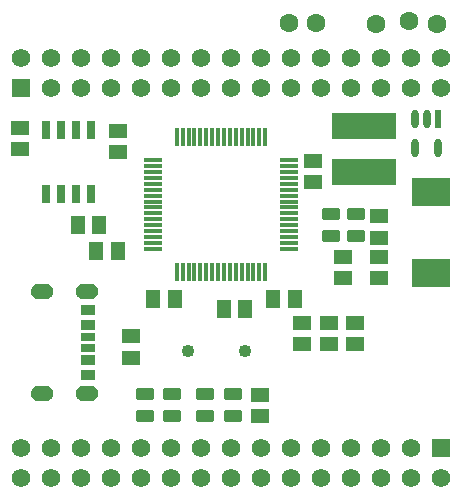
<source format=gts>
G04*
G04 #@! TF.GenerationSoftware,Altium Limited,Altium Designer,22.0.2 (36)*
G04*
G04 Layer_Color=8388736*
%FSLAX25Y25*%
%MOIN*%
G70*
G04*
G04 #@! TF.SameCoordinates,5F5B6C63-6FB6-4E28-9BE5-C2605847C7C1*
G04*
G04*
G04 #@! TF.FilePolarity,Negative*
G04*
G01*
G75*
%ADD19R,0.02410X0.06062*%
G04:AMPARAMS|DCode=20|XSize=60.62mil|YSize=24.1mil|CornerRadius=12.05mil|HoleSize=0mil|Usage=FLASHONLY|Rotation=270.000|XOffset=0mil|YOffset=0mil|HoleType=Round|Shape=RoundedRectangle|*
%AMROUNDEDRECTD20*
21,1,0.06062,0.00000,0,0,270.0*
21,1,0.03652,0.02410,0,0,270.0*
1,1,0.02410,0.00000,-0.01826*
1,1,0.02410,0.00000,0.01826*
1,1,0.02410,0.00000,0.01826*
1,1,0.02410,0.00000,-0.01826*
%
%ADD20ROUNDEDRECTD20*%
%ADD22R,0.21700X0.08500*%
%ADD30R,0.05024X0.03055*%
%ADD31R,0.05024X0.03291*%
%ADD32R,0.05024X0.03449*%
%ADD33C,0.06299*%
G04:AMPARAMS|DCode=34|XSize=42.36mil|YSize=58.9mil|CornerRadius=6.42mil|HoleSize=0mil|Usage=FLASHONLY|Rotation=90.000|XOffset=0mil|YOffset=0mil|HoleType=Round|Shape=RoundedRectangle|*
%AMROUNDEDRECTD34*
21,1,0.04236,0.04606,0,0,90.0*
21,1,0.02953,0.05890,0,0,90.0*
1,1,0.01284,0.02303,0.01476*
1,1,0.01284,0.02303,-0.01476*
1,1,0.01284,-0.02303,-0.01476*
1,1,0.01284,-0.02303,0.01476*
%
%ADD34ROUNDEDRECTD34*%
%ADD35R,0.06087X0.05024*%
%ADD36R,0.12583X0.09315*%
%ADD37R,0.04827X0.06008*%
%ADD38R,0.06008X0.04827*%
%ADD39R,0.01480X0.06106*%
%ADD40R,0.06106X0.01480*%
%ADD41R,0.03055X0.06303*%
%ADD42C,0.06205*%
%ADD43R,0.06205X0.06205*%
%ADD44C,0.04264*%
%ADD45C,0.02769*%
G36*
X19587Y40358D02*
X19575Y40224D01*
X19559Y40091D01*
X19535Y39961D01*
X19504Y39831D01*
X19465Y39701D01*
X19421Y39575D01*
X19370Y39453D01*
X19311Y39331D01*
X19248Y39213D01*
X19177Y39098D01*
X19102Y38988D01*
X19020Y38882D01*
X18933Y38780D01*
X18843Y38681D01*
X18744Y38591D01*
X18642Y38504D01*
X18535Y38421D01*
X18425Y38346D01*
X18311Y38276D01*
X18193Y38213D01*
X18071Y38153D01*
X17949Y38102D01*
X17823Y38059D01*
X17693Y38020D01*
X17563Y37988D01*
X17433Y37965D01*
X17299Y37949D01*
X17165Y37937D01*
X17031Y37933D01*
X14669D01*
X14535Y37937D01*
X14402Y37949D01*
X14268Y37965D01*
X14138Y37988D01*
X14008Y38020D01*
X13878Y38059D01*
X13752Y38102D01*
X13630Y38153D01*
X13508Y38213D01*
X13390Y38276D01*
X13276Y38346D01*
X13165Y38421D01*
X13059Y38504D01*
X12957Y38591D01*
X12858Y38681D01*
X12768Y38780D01*
X12681Y38882D01*
X12598Y38988D01*
X12524Y39098D01*
X12453Y39213D01*
X12390Y39331D01*
X12331Y39453D01*
X12280Y39575D01*
X12236Y39701D01*
X12197Y39831D01*
X12165Y39961D01*
X12142Y40091D01*
X12126Y40224D01*
X12114Y40358D01*
X12110Y40492D01*
X12114Y40626D01*
X12126Y40760D01*
X12142Y40894D01*
X12165Y41024D01*
X12197Y41153D01*
X12236Y41284D01*
X12280Y41409D01*
X12331Y41532D01*
X12390Y41653D01*
X12453Y41772D01*
X12524Y41886D01*
X12598Y41996D01*
X12681Y42102D01*
X12768Y42205D01*
X12858Y42303D01*
X12957Y42394D01*
X13059Y42480D01*
X13165Y42563D01*
X13276Y42638D01*
X13390Y42709D01*
X13508Y42772D01*
X13630Y42831D01*
X13752Y42882D01*
X13878Y42925D01*
X14008Y42965D01*
X14138Y42996D01*
X14268Y43020D01*
X14402Y43035D01*
X14535Y43047D01*
X14669Y43051D01*
X17031D01*
X17165Y43047D01*
X17299Y43035D01*
X17433Y43020D01*
X17563Y42996D01*
X17693Y42965D01*
X17823Y42925D01*
X17949Y42882D01*
X18071Y42831D01*
X18193Y42772D01*
X18311Y42709D01*
X18425Y42638D01*
X18535Y42563D01*
X18642Y42480D01*
X18744Y42394D01*
X18843Y42303D01*
X18933Y42205D01*
X19020Y42102D01*
X19102Y41996D01*
X19177Y41886D01*
X19248Y41772D01*
X19311Y41653D01*
X19370Y41532D01*
X19421Y41409D01*
X19465Y41284D01*
X19504Y41153D01*
X19535Y41024D01*
X19559Y40894D01*
X19575Y40760D01*
X19587Y40626D01*
X19590Y40492D01*
X19587Y40358D01*
D02*
G37*
G36*
X34547D02*
X34535Y40224D01*
X34520Y40091D01*
X34496Y39961D01*
X34465Y39831D01*
X34425Y39701D01*
X34382Y39575D01*
X34331Y39453D01*
X34272Y39331D01*
X34209Y39213D01*
X34138Y39098D01*
X34063Y38988D01*
X33980Y38882D01*
X33894Y38780D01*
X33803Y38681D01*
X33705Y38591D01*
X33602Y38504D01*
X33496Y38421D01*
X33386Y38346D01*
X33272Y38276D01*
X33154Y38213D01*
X33031Y38153D01*
X32909Y38102D01*
X32783Y38059D01*
X32653Y38020D01*
X32524Y37988D01*
X32394Y37965D01*
X32260Y37949D01*
X32126Y37937D01*
X31992Y37933D01*
X29630D01*
X29496Y37937D01*
X29362Y37949D01*
X29228Y37965D01*
X29098Y37988D01*
X28969Y38020D01*
X28839Y38059D01*
X28713Y38102D01*
X28591Y38153D01*
X28468Y38213D01*
X28350Y38276D01*
X28236Y38346D01*
X28126Y38421D01*
X28020Y38504D01*
X27917Y38591D01*
X27819Y38681D01*
X27728Y38780D01*
X27642Y38882D01*
X27559Y38988D01*
X27484Y39098D01*
X27413Y39213D01*
X27350Y39331D01*
X27291Y39453D01*
X27240Y39575D01*
X27197Y39701D01*
X27158Y39831D01*
X27126Y39961D01*
X27102Y40091D01*
X27087Y40224D01*
X27075Y40358D01*
X27071Y40492D01*
X27075Y40626D01*
X27087Y40760D01*
X27102Y40894D01*
X27126Y41024D01*
X27158Y41153D01*
X27197Y41284D01*
X27240Y41409D01*
X27291Y41532D01*
X27350Y41653D01*
X27413Y41772D01*
X27484Y41886D01*
X27559Y41996D01*
X27642Y42102D01*
X27728Y42205D01*
X27819Y42303D01*
X27917Y42394D01*
X28020Y42480D01*
X28126Y42563D01*
X28236Y42638D01*
X28350Y42709D01*
X28468Y42772D01*
X28591Y42831D01*
X28713Y42882D01*
X28839Y42925D01*
X28969Y42965D01*
X29098Y42996D01*
X29228Y43020D01*
X29362Y43035D01*
X29496Y43047D01*
X29630Y43051D01*
X31992D01*
X32126Y43047D01*
X32260Y43035D01*
X32394Y43020D01*
X32524Y42996D01*
X32653Y42965D01*
X32783Y42925D01*
X32909Y42882D01*
X33031Y42831D01*
X33154Y42772D01*
X33272Y42709D01*
X33386Y42638D01*
X33496Y42563D01*
X33602Y42480D01*
X33705Y42394D01*
X33803Y42303D01*
X33894Y42205D01*
X33980Y42102D01*
X34063Y41996D01*
X34138Y41886D01*
X34209Y41772D01*
X34272Y41653D01*
X34331Y41532D01*
X34382Y41409D01*
X34425Y41284D01*
X34465Y41153D01*
X34496Y41024D01*
X34520Y40894D01*
X34535Y40760D01*
X34547Y40626D01*
X34551Y40492D01*
X34547Y40358D01*
D02*
G37*
G36*
X19587Y74374D02*
X19575Y74240D01*
X19559Y74106D01*
X19535Y73976D01*
X19504Y73847D01*
X19465Y73716D01*
X19421Y73590D01*
X19370Y73469D01*
X19311Y73347D01*
X19248Y73228D01*
X19177Y73114D01*
X19102Y73004D01*
X19020Y72898D01*
X18933Y72795D01*
X18843Y72697D01*
X18744Y72606D01*
X18642Y72520D01*
X18535Y72437D01*
X18425Y72362D01*
X18311Y72291D01*
X18193Y72228D01*
X18071Y72169D01*
X17949Y72118D01*
X17823Y72075D01*
X17693Y72035D01*
X17563Y72004D01*
X17433Y71980D01*
X17299Y71965D01*
X17165Y71953D01*
X17031Y71949D01*
X14669D01*
X14535Y71953D01*
X14402Y71965D01*
X14268Y71980D01*
X14138Y72004D01*
X14008Y72035D01*
X13878Y72075D01*
X13752Y72118D01*
X13630Y72169D01*
X13508Y72228D01*
X13390Y72291D01*
X13276Y72362D01*
X13165Y72437D01*
X13059Y72520D01*
X12957Y72606D01*
X12858Y72697D01*
X12768Y72795D01*
X12681Y72898D01*
X12598Y73004D01*
X12524Y73114D01*
X12453Y73228D01*
X12390Y73347D01*
X12331Y73469D01*
X12280Y73590D01*
X12236Y73716D01*
X12197Y73847D01*
X12165Y73976D01*
X12142Y74106D01*
X12126Y74240D01*
X12114Y74374D01*
X12110Y74508D01*
X12114Y74642D01*
X12126Y74776D01*
X12142Y74910D01*
X12165Y75039D01*
X12197Y75169D01*
X12236Y75299D01*
X12280Y75425D01*
X12331Y75547D01*
X12390Y75669D01*
X12453Y75787D01*
X12524Y75902D01*
X12598Y76012D01*
X12681Y76118D01*
X12768Y76221D01*
X12858Y76319D01*
X12957Y76410D01*
X13059Y76496D01*
X13165Y76579D01*
X13276Y76653D01*
X13390Y76724D01*
X13508Y76787D01*
X13630Y76846D01*
X13752Y76898D01*
X13878Y76941D01*
X14008Y76980D01*
X14138Y77012D01*
X14268Y77035D01*
X14402Y77051D01*
X14535Y77063D01*
X14669Y77067D01*
X17031D01*
X17165Y77063D01*
X17299Y77051D01*
X17433Y77035D01*
X17563Y77012D01*
X17693Y76980D01*
X17823Y76941D01*
X17949Y76898D01*
X18071Y76846D01*
X18193Y76787D01*
X18311Y76724D01*
X18425Y76653D01*
X18535Y76579D01*
X18642Y76496D01*
X18744Y76410D01*
X18843Y76319D01*
X18933Y76221D01*
X19020Y76118D01*
X19102Y76012D01*
X19177Y75902D01*
X19248Y75787D01*
X19311Y75669D01*
X19370Y75547D01*
X19421Y75425D01*
X19465Y75299D01*
X19504Y75169D01*
X19535Y75039D01*
X19559Y74910D01*
X19575Y74776D01*
X19587Y74642D01*
X19590Y74508D01*
X19587Y74374D01*
D02*
G37*
G36*
X34547D02*
X34535Y74240D01*
X34520Y74106D01*
X34496Y73976D01*
X34465Y73847D01*
X34425Y73716D01*
X34382Y73590D01*
X34331Y73469D01*
X34272Y73347D01*
X34209Y73228D01*
X34138Y73114D01*
X34063Y73004D01*
X33980Y72898D01*
X33894Y72795D01*
X33803Y72697D01*
X33705Y72606D01*
X33602Y72520D01*
X33496Y72437D01*
X33386Y72362D01*
X33272Y72291D01*
X33154Y72228D01*
X33031Y72169D01*
X32909Y72118D01*
X32783Y72075D01*
X32653Y72035D01*
X32524Y72004D01*
X32394Y71980D01*
X32260Y71965D01*
X32126Y71953D01*
X31992Y71949D01*
X29630D01*
X29496Y71953D01*
X29362Y71965D01*
X29228Y71980D01*
X29098Y72004D01*
X28969Y72035D01*
X28839Y72075D01*
X28713Y72118D01*
X28591Y72169D01*
X28468Y72228D01*
X28350Y72291D01*
X28236Y72362D01*
X28126Y72437D01*
X28020Y72520D01*
X27917Y72606D01*
X27819Y72697D01*
X27728Y72795D01*
X27642Y72898D01*
X27559Y73004D01*
X27484Y73114D01*
X27413Y73228D01*
X27350Y73347D01*
X27291Y73469D01*
X27240Y73590D01*
X27197Y73716D01*
X27158Y73847D01*
X27126Y73976D01*
X27102Y74106D01*
X27087Y74240D01*
X27075Y74374D01*
X27071Y74508D01*
X27075Y74642D01*
X27087Y74776D01*
X27102Y74910D01*
X27126Y75039D01*
X27158Y75169D01*
X27197Y75299D01*
X27240Y75425D01*
X27291Y75547D01*
X27350Y75669D01*
X27413Y75787D01*
X27484Y75902D01*
X27559Y76012D01*
X27642Y76118D01*
X27728Y76221D01*
X27819Y76319D01*
X27917Y76410D01*
X28020Y76496D01*
X28126Y76579D01*
X28236Y76653D01*
X28350Y76724D01*
X28468Y76787D01*
X28591Y76846D01*
X28713Y76898D01*
X28839Y76941D01*
X28969Y76980D01*
X29098Y77012D01*
X29228Y77035D01*
X29362Y77051D01*
X29496Y77063D01*
X29630Y77067D01*
X31992D01*
X32126Y77063D01*
X32260Y77051D01*
X32394Y77035D01*
X32524Y77012D01*
X32653Y76980D01*
X32783Y76941D01*
X32909Y76898D01*
X33031Y76846D01*
X33154Y76787D01*
X33272Y76724D01*
X33386Y76653D01*
X33496Y76579D01*
X33602Y76496D01*
X33705Y76410D01*
X33803Y76319D01*
X33894Y76221D01*
X33980Y76118D01*
X34063Y76012D01*
X34138Y75902D01*
X34209Y75787D01*
X34272Y75669D01*
X34331Y75547D01*
X34382Y75425D01*
X34425Y75299D01*
X34465Y75169D01*
X34496Y75039D01*
X34520Y74910D01*
X34535Y74776D01*
X34547Y74642D01*
X34551Y74508D01*
X34547Y74374D01*
D02*
G37*
D19*
X147740Y132000D02*
D03*
D20*
X144000D02*
D03*
X140260D02*
D03*
Y122429D02*
D03*
X147740D02*
D03*
D22*
X123000Y114400D02*
D03*
Y129600D02*
D03*
D30*
X31126Y55532D02*
D03*
Y59469D02*
D03*
D31*
Y51516D02*
D03*
Y63484D02*
D03*
D32*
Y46673D02*
D03*
Y68327D02*
D03*
D33*
X107000Y164000D02*
D03*
X98000D02*
D03*
X127000Y163500D02*
D03*
X138000Y164500D02*
D03*
X147500Y163500D02*
D03*
D34*
X79500Y32819D02*
D03*
Y40181D02*
D03*
X70000Y32819D02*
D03*
Y40181D02*
D03*
X59000Y32819D02*
D03*
Y40181D02*
D03*
X50000Y32819D02*
D03*
Y40181D02*
D03*
X112000Y92819D02*
D03*
Y100181D02*
D03*
X120500D02*
D03*
Y92819D02*
D03*
D35*
X111500Y57114D02*
D03*
Y63886D02*
D03*
D36*
X145500Y80496D02*
D03*
Y107504D02*
D03*
D37*
X76457Y68500D02*
D03*
X83543D02*
D03*
X92957Y72000D02*
D03*
X100043D02*
D03*
X34795Y96795D02*
D03*
X27709D02*
D03*
X60043Y72000D02*
D03*
X52957D02*
D03*
X41043Y88000D02*
D03*
X33957D02*
D03*
D38*
X88500Y40043D02*
D03*
Y32957D02*
D03*
X45500Y52457D02*
D03*
Y59543D02*
D03*
X102500Y64043D02*
D03*
Y56957D02*
D03*
X41000Y128043D02*
D03*
Y120957D02*
D03*
X106000Y118043D02*
D03*
Y110957D02*
D03*
X120000Y64000D02*
D03*
Y56913D02*
D03*
X128000Y99543D02*
D03*
Y92457D02*
D03*
Y78957D02*
D03*
Y86043D02*
D03*
X8500Y129043D02*
D03*
Y121957D02*
D03*
X116000Y78957D02*
D03*
Y86043D02*
D03*
D39*
X60736Y80910D02*
D03*
X62705D02*
D03*
X64673D02*
D03*
X66642D02*
D03*
X68610D02*
D03*
X70579D02*
D03*
X72547D02*
D03*
X74516D02*
D03*
X76484D02*
D03*
X78453D02*
D03*
X80421D02*
D03*
X82390D02*
D03*
X84358D02*
D03*
X86327D02*
D03*
X88295D02*
D03*
X90264D02*
D03*
Y126091D02*
D03*
X88295D02*
D03*
X86327D02*
D03*
X84358D02*
D03*
X82390D02*
D03*
X80421D02*
D03*
X78453D02*
D03*
X76484D02*
D03*
X74516D02*
D03*
X72547D02*
D03*
X70579D02*
D03*
X68610D02*
D03*
X66642D02*
D03*
X64673D02*
D03*
X62705D02*
D03*
X60736D02*
D03*
D40*
X98090Y88736D02*
D03*
Y90705D02*
D03*
Y92673D02*
D03*
Y94642D02*
D03*
Y96610D02*
D03*
Y98579D02*
D03*
Y100547D02*
D03*
Y102516D02*
D03*
Y104484D02*
D03*
Y106453D02*
D03*
Y108421D02*
D03*
Y110390D02*
D03*
Y112358D02*
D03*
Y114327D02*
D03*
Y116295D02*
D03*
Y118264D02*
D03*
X52909D02*
D03*
Y116295D02*
D03*
Y114327D02*
D03*
Y112358D02*
D03*
Y110390D02*
D03*
Y108421D02*
D03*
Y106453D02*
D03*
Y104484D02*
D03*
Y102516D02*
D03*
Y100547D02*
D03*
Y98579D02*
D03*
Y96610D02*
D03*
Y94642D02*
D03*
Y92673D02*
D03*
Y90705D02*
D03*
Y88736D02*
D03*
D41*
X32000Y128177D02*
D03*
X27000D02*
D03*
X22000D02*
D03*
X17000D02*
D03*
Y106823D02*
D03*
X22000D02*
D03*
X27000D02*
D03*
X32000D02*
D03*
D42*
X148941Y152303D02*
D03*
Y142303D02*
D03*
X138941Y152303D02*
D03*
Y142303D02*
D03*
X128941Y152303D02*
D03*
Y142303D02*
D03*
X118941Y152303D02*
D03*
Y142303D02*
D03*
X108941Y152303D02*
D03*
Y142303D02*
D03*
X98941Y152303D02*
D03*
Y142303D02*
D03*
X88941Y152303D02*
D03*
Y142303D02*
D03*
X78941Y152303D02*
D03*
Y142303D02*
D03*
X68941Y152303D02*
D03*
Y142303D02*
D03*
X58941Y152303D02*
D03*
Y142303D02*
D03*
X48941Y152303D02*
D03*
Y142303D02*
D03*
X38941Y152303D02*
D03*
Y142303D02*
D03*
X28941Y152303D02*
D03*
Y142303D02*
D03*
X18941Y152303D02*
D03*
Y142303D02*
D03*
X8941Y152303D02*
D03*
Y12382D02*
D03*
Y22382D02*
D03*
X18941Y12382D02*
D03*
Y22382D02*
D03*
X28941Y12382D02*
D03*
Y22382D02*
D03*
X38941Y12382D02*
D03*
Y22382D02*
D03*
X48941Y12382D02*
D03*
Y22382D02*
D03*
X58941Y12382D02*
D03*
Y22382D02*
D03*
X68941Y12382D02*
D03*
Y22382D02*
D03*
X78941Y12382D02*
D03*
Y22382D02*
D03*
X88941Y12382D02*
D03*
Y22382D02*
D03*
X98941Y12382D02*
D03*
Y22382D02*
D03*
X108941Y12382D02*
D03*
Y22382D02*
D03*
X118941Y12382D02*
D03*
Y22382D02*
D03*
X128941Y12382D02*
D03*
Y22382D02*
D03*
X138941Y12382D02*
D03*
Y22382D02*
D03*
X148941Y12382D02*
D03*
D43*
X8941Y142303D02*
D03*
X148941Y22382D02*
D03*
D44*
X64394Y54500D02*
D03*
X83606D02*
D03*
D45*
X106000Y110957D02*
D03*
M02*

</source>
